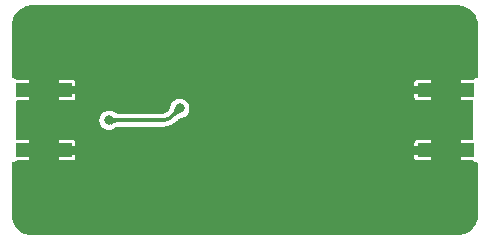
<source format=gbl>
G04 Layer: BottomLayer*
G04 EasyEDA v6.5.42, 2024-03-17 15:56:58*
G04 633bbcd927b44838993661e05d2ec2ea,9a5be75d700b4a6385dc1106f27949ae,10*
G04 Gerber Generator version 0.2*
G04 Scale: 100 percent, Rotated: No, Reflected: No *
G04 Dimensions in millimeters *
G04 leading zeros omitted , absolute positions ,4 integer and 5 decimal *
%FSLAX45Y45*%
%MOMM*%

%ADD10C,0.3000*%
%ADD11R,4.8000X1.2000*%
%ADD12C,0.6200*%
%ADD13C,0.8200*%

%LPD*%
G36*
X200355Y-1974088D02*
G01*
X182422Y-1973122D01*
X165557Y-1970582D01*
X148996Y-1966417D01*
X132943Y-1960575D01*
X117500Y-1953260D01*
X102870Y-1944420D01*
X89204Y-1934210D01*
X76606Y-1922729D01*
X65125Y-1910029D01*
X55016Y-1896262D01*
X46278Y-1881581D01*
X39014Y-1866138D01*
X33324Y-1850034D01*
X29209Y-1833473D01*
X26771Y-1816557D01*
X25908Y-1799132D01*
X25908Y-1366062D01*
X26670Y-1362202D01*
X28854Y-1358900D01*
X32105Y-1356715D01*
X35966Y-1355902D01*
X41249Y-1355852D01*
X45720Y-1355191D01*
X51409Y-1353007D01*
X56540Y-1349502D01*
X62839Y-1342847D01*
X65633Y-1341424D01*
X68783Y-1340916D01*
X173634Y-1340916D01*
X173634Y-1291386D01*
X76047Y-1291386D01*
X72186Y-1290574D01*
X68884Y-1288389D01*
X66700Y-1285087D01*
X65887Y-1281226D01*
X65887Y-1228801D01*
X66700Y-1224940D01*
X68884Y-1221638D01*
X72186Y-1219454D01*
X76047Y-1218641D01*
X173634Y-1218641D01*
X173634Y-1169111D01*
X76047Y-1169111D01*
X72186Y-1168349D01*
X68884Y-1166114D01*
X66700Y-1162812D01*
X65887Y-1158951D01*
X65887Y-841095D01*
X66700Y-837184D01*
X68884Y-833882D01*
X72186Y-831697D01*
X76047Y-830935D01*
X173634Y-830935D01*
X173634Y-781354D01*
X76047Y-781354D01*
X72186Y-780592D01*
X68884Y-778357D01*
X66700Y-775106D01*
X65887Y-771194D01*
X65887Y-718820D01*
X66700Y-714908D01*
X68884Y-711657D01*
X72186Y-709422D01*
X76047Y-708660D01*
X173634Y-708660D01*
X173634Y-659079D01*
X68681Y-659079D01*
X65481Y-658571D01*
X62585Y-657047D01*
X59486Y-653440D01*
X56438Y-650392D01*
X52832Y-647750D01*
X47294Y-645261D01*
X41097Y-644144D01*
X35966Y-644093D01*
X32105Y-643280D01*
X28854Y-641096D01*
X26670Y-637794D01*
X25908Y-633933D01*
X25908Y-200863D01*
X26873Y-182422D01*
X29413Y-165557D01*
X33578Y-148996D01*
X39420Y-132943D01*
X46736Y-117500D01*
X55575Y-102870D01*
X65786Y-89204D01*
X77266Y-76606D01*
X89966Y-65125D01*
X103733Y-55016D01*
X118414Y-46278D01*
X133858Y-39014D01*
X149961Y-33324D01*
X166522Y-29209D01*
X183438Y-26771D01*
X200863Y-25908D01*
X3799128Y-25908D01*
X3817569Y-26873D01*
X3834434Y-29413D01*
X3850995Y-33578D01*
X3867048Y-39420D01*
X3882491Y-46736D01*
X3897122Y-55575D01*
X3910787Y-65786D01*
X3923385Y-77266D01*
X3934866Y-89966D01*
X3944975Y-103733D01*
X3953713Y-118414D01*
X3960977Y-133858D01*
X3966667Y-149961D01*
X3970782Y-166522D01*
X3973220Y-183438D01*
X3974084Y-200863D01*
X3974084Y-633933D01*
X3973322Y-637794D01*
X3971137Y-641096D01*
X3967886Y-643280D01*
X3964025Y-644093D01*
X3958742Y-644144D01*
X3954272Y-644804D01*
X3948582Y-646988D01*
X3943451Y-650494D01*
X3937152Y-657148D01*
X3934358Y-658571D01*
X3931208Y-659079D01*
X3826357Y-659079D01*
X3826357Y-708609D01*
X3923944Y-708609D01*
X3927805Y-709422D01*
X3931107Y-711606D01*
X3933291Y-714908D01*
X3934104Y-718769D01*
X3934104Y-771194D01*
X3933291Y-775055D01*
X3931107Y-778357D01*
X3927805Y-780542D01*
X3923944Y-781354D01*
X3826357Y-781354D01*
X3826357Y-830884D01*
X3923944Y-830884D01*
X3927805Y-831646D01*
X3931107Y-833882D01*
X3933291Y-837184D01*
X3934104Y-841044D01*
X3934104Y-1158900D01*
X3933291Y-1162812D01*
X3931107Y-1166114D01*
X3927805Y-1168298D01*
X3923944Y-1169060D01*
X3826357Y-1169060D01*
X3826357Y-1218641D01*
X3923944Y-1218641D01*
X3927805Y-1219403D01*
X3931107Y-1221638D01*
X3933291Y-1224889D01*
X3934104Y-1228801D01*
X3934104Y-1281176D01*
X3933291Y-1285087D01*
X3931107Y-1288338D01*
X3927805Y-1290574D01*
X3923944Y-1291336D01*
X3826357Y-1291336D01*
X3826357Y-1340916D01*
X3931310Y-1340916D01*
X3934510Y-1341424D01*
X3937406Y-1342948D01*
X3940505Y-1346555D01*
X3943553Y-1349603D01*
X3947160Y-1352245D01*
X3952697Y-1354734D01*
X3958894Y-1355852D01*
X3964025Y-1355902D01*
X3967886Y-1356715D01*
X3971137Y-1358900D01*
X3973322Y-1362202D01*
X3974084Y-1366062D01*
X3974084Y-1799132D01*
X3973118Y-1817573D01*
X3970578Y-1834438D01*
X3966413Y-1850999D01*
X3960571Y-1867052D01*
X3953256Y-1882495D01*
X3944416Y-1897125D01*
X3934206Y-1910791D01*
X3922725Y-1923389D01*
X3910025Y-1934870D01*
X3896258Y-1944979D01*
X3881577Y-1953717D01*
X3866134Y-1960981D01*
X3850030Y-1966671D01*
X3833469Y-1970786D01*
X3816553Y-1973224D01*
X3799128Y-1974088D01*
G37*

%LPC*%
G36*
X426364Y-1340916D02*
G01*
X539445Y-1340916D01*
X545744Y-1340205D01*
X551230Y-1338275D01*
X556107Y-1335227D01*
X560222Y-1331112D01*
X563270Y-1326235D01*
X565200Y-1320749D01*
X565912Y-1314450D01*
X565912Y-1291386D01*
X426364Y-1291386D01*
G37*
G36*
X3460546Y-1340916D02*
G01*
X3573627Y-1340916D01*
X3573627Y-1291336D01*
X3434079Y-1291336D01*
X3434079Y-1314399D01*
X3434791Y-1320749D01*
X3436721Y-1326184D01*
X3439769Y-1331112D01*
X3443884Y-1335176D01*
X3448761Y-1338275D01*
X3454247Y-1340205D01*
G37*
G36*
X426364Y-1218641D02*
G01*
X565912Y-1218641D01*
X565912Y-1195578D01*
X565200Y-1189278D01*
X563270Y-1183792D01*
X560222Y-1178915D01*
X556107Y-1174800D01*
X551230Y-1171752D01*
X545744Y-1169822D01*
X539445Y-1169111D01*
X426364Y-1169111D01*
G37*
G36*
X3434079Y-1218641D02*
G01*
X3573627Y-1218641D01*
X3573627Y-1169060D01*
X3460546Y-1169060D01*
X3454247Y-1169771D01*
X3448761Y-1171702D01*
X3443884Y-1174800D01*
X3439769Y-1178864D01*
X3436721Y-1183792D01*
X3434791Y-1189228D01*
X3434079Y-1195578D01*
G37*
G36*
X847039Y-1081430D02*
G01*
X858926Y-1080973D01*
X870610Y-1078839D01*
X882091Y-1074928D01*
X886561Y-1072845D01*
X895654Y-1068120D01*
X911606Y-1059180D01*
X915822Y-1057402D01*
X918159Y-1056741D01*
X925169Y-1055776D01*
X932840Y-1055522D01*
X1302766Y-1055522D01*
X1308709Y-1055217D01*
X1320800Y-1053998D01*
X1326692Y-1053134D01*
X1338580Y-1050798D01*
X1344371Y-1049324D01*
X1355953Y-1045819D01*
X1361592Y-1043787D01*
X1372819Y-1039164D01*
X1378153Y-1036624D01*
X1388872Y-1030884D01*
X1393952Y-1027836D01*
X1404061Y-1021080D01*
X1408836Y-1017574D01*
X1418234Y-1009853D01*
X1422654Y-1005840D01*
X1430883Y-997610D01*
X1436928Y-992022D01*
X1441805Y-988466D01*
X1448308Y-985418D01*
X1465834Y-980490D01*
X1478483Y-976376D01*
X1481683Y-975106D01*
X1492453Y-969568D01*
X1502156Y-962609D01*
X1510690Y-954379D01*
X1517954Y-944981D01*
X1523796Y-934567D01*
X1528013Y-923493D01*
X1530604Y-911860D01*
X1531467Y-900023D01*
X1530604Y-888136D01*
X1528013Y-876503D01*
X1523796Y-865428D01*
X1517954Y-855014D01*
X1510690Y-845616D01*
X1502156Y-837387D01*
X1492453Y-830427D01*
X1481886Y-824992D01*
X1470609Y-821182D01*
X1458925Y-818997D01*
X1447038Y-818591D01*
X1435201Y-819861D01*
X1423720Y-822858D01*
X1412748Y-827532D01*
X1402588Y-833729D01*
X1393444Y-841349D01*
X1385519Y-850188D01*
X1378966Y-860094D01*
X1373581Y-871778D01*
X1369517Y-884123D01*
X1364589Y-901700D01*
X1362913Y-905967D01*
X1361694Y-908050D01*
X1357426Y-913688D01*
X1352143Y-919327D01*
X1345488Y-925931D01*
X1339900Y-930452D01*
X1333906Y-934415D01*
X1327556Y-937717D01*
X1320901Y-940460D01*
X1313992Y-942492D01*
X1306931Y-943813D01*
X1299819Y-944473D01*
X932840Y-944473D01*
X924306Y-944168D01*
X918362Y-943254D01*
X911606Y-940816D01*
X895705Y-931875D01*
X882142Y-925068D01*
X870610Y-921156D01*
X858926Y-919022D01*
X847039Y-918565D01*
X835202Y-919886D01*
X823721Y-922883D01*
X812749Y-927557D01*
X802589Y-933754D01*
X793445Y-941324D01*
X785520Y-950214D01*
X778967Y-960119D01*
X773887Y-970889D01*
X770483Y-982268D01*
X768756Y-994054D01*
X768756Y-1005941D01*
X770483Y-1017727D01*
X773887Y-1029106D01*
X778967Y-1039876D01*
X785520Y-1049782D01*
X793445Y-1058672D01*
X802589Y-1066241D01*
X812749Y-1072438D01*
X823721Y-1077112D01*
X835202Y-1080109D01*
G37*
G36*
X426364Y-830935D02*
G01*
X539445Y-830935D01*
X545744Y-830224D01*
X551230Y-828294D01*
X556107Y-825195D01*
X560222Y-821131D01*
X563270Y-816203D01*
X565200Y-810768D01*
X565912Y-804418D01*
X565912Y-781354D01*
X426364Y-781354D01*
G37*
G36*
X3460546Y-830884D02*
G01*
X3573627Y-830884D01*
X3573627Y-781354D01*
X3434079Y-781354D01*
X3434079Y-804418D01*
X3434791Y-810717D01*
X3436721Y-816203D01*
X3439769Y-821080D01*
X3443884Y-825195D01*
X3448761Y-828243D01*
X3454247Y-830173D01*
G37*
G36*
X426364Y-708660D02*
G01*
X565912Y-708660D01*
X565912Y-685596D01*
X565200Y-679246D01*
X563270Y-673811D01*
X560222Y-668883D01*
X556107Y-664819D01*
X551230Y-661720D01*
X545744Y-659790D01*
X539445Y-659079D01*
X426364Y-659079D01*
G37*
G36*
X3434079Y-708609D02*
G01*
X3573627Y-708609D01*
X3573627Y-659079D01*
X3460546Y-659079D01*
X3454247Y-659790D01*
X3448761Y-661720D01*
X3443884Y-664768D01*
X3439769Y-668883D01*
X3436721Y-673760D01*
X3434791Y-679246D01*
X3434079Y-685546D01*
G37*

%LPD*%
G36*
X867867Y-963117D02*
G01*
X829513Y-999998D01*
X867867Y-1036878D01*
X875741Y-1032865D01*
X894029Y-1022654D01*
X899769Y-1020013D01*
X906018Y-1017930D01*
X913231Y-1016304D01*
X921715Y-1015339D01*
X932027Y-1014984D01*
X932027Y-985012D01*
X921715Y-984656D01*
X913231Y-983691D01*
X906018Y-982065D01*
X899769Y-979982D01*
X894029Y-977341D01*
X875741Y-967130D01*
G37*
G36*
X1464513Y-885494D02*
G01*
X1411274Y-886510D01*
X1408582Y-894943D01*
X1402842Y-915111D01*
X1400657Y-921003D01*
X1397711Y-926947D01*
X1393748Y-933145D01*
X1388465Y-939850D01*
X1381404Y-947369D01*
X1402638Y-968603D01*
X1410157Y-961542D01*
X1416862Y-956208D01*
X1423060Y-952296D01*
X1428953Y-949350D01*
X1434896Y-947166D01*
X1455064Y-941425D01*
X1463446Y-938733D01*
G37*
D10*
X1449997Y-899998D02*
G01*
X1383210Y-966784D01*
X1373438Y-974803D01*
X1362928Y-981826D01*
X1351780Y-987785D01*
X1340101Y-992624D01*
X1328003Y-996292D01*
X1315605Y-998758D01*
X1303027Y-999997D01*
X849998Y-999997D01*
D11*
G01*
X299999Y-1255013D03*
G01*
X299999Y-745007D03*
G01*
X3699992Y-744981D03*
G01*
X3699992Y-1254988D03*
D12*
G01*
X199999Y-99999D03*
G01*
X399999Y-99999D03*
G01*
X599998Y-99999D03*
G01*
X799998Y-99999D03*
G01*
X999997Y-99999D03*
G01*
X1199997Y-99999D03*
G01*
X1399997Y-99999D03*
G01*
X1599996Y-99999D03*
G01*
X1799996Y-99999D03*
G01*
X1999995Y-99999D03*
G01*
X2199995Y-99999D03*
G01*
X2399995Y-99999D03*
G01*
X2599994Y-99999D03*
G01*
X2799994Y-99999D03*
G01*
X2999993Y-99999D03*
G01*
X3199993Y-99999D03*
G01*
X3399993Y-99999D03*
G01*
X3599992Y-99999D03*
G01*
X3799992Y-99999D03*
G01*
X99999Y-199999D03*
G01*
X99999Y-399999D03*
G01*
X99999Y-599998D03*
G01*
X99999Y-1399997D03*
G01*
X99999Y-1599996D03*
G01*
X99999Y-1799996D03*
G01*
X199999Y-1899996D03*
G01*
X399999Y-1899996D03*
G01*
X599998Y-1899996D03*
G01*
X799998Y-1899996D03*
G01*
X999997Y-1899996D03*
G01*
X1199997Y-1899996D03*
G01*
X1399997Y-1899996D03*
G01*
X1599996Y-1899996D03*
G01*
X1799996Y-1899996D03*
G01*
X1999995Y-1899996D03*
G01*
X2199995Y-1899996D03*
G01*
X2399995Y-1899996D03*
G01*
X2599994Y-1899996D03*
G01*
X2799994Y-1899996D03*
G01*
X2999993Y-1899996D03*
G01*
X3199993Y-1899996D03*
G01*
X3399993Y-1899996D03*
G01*
X3599992Y-1899996D03*
G01*
X3799992Y-1899996D03*
G01*
X3899992Y-1799996D03*
G01*
X3899992Y-1599996D03*
G01*
X3899992Y-1399997D03*
G01*
X3899992Y-599998D03*
G01*
X3899992Y-399999D03*
G01*
X3899992Y-199999D03*
D13*
G01*
X1450009Y-899998D03*
G01*
X850011Y-999997D03*
G01*
X1450009Y-1050010D03*
G01*
X1450009Y-750011D03*
D12*
G01*
X2599994Y-699998D03*
G01*
X2599994Y-499998D03*
G01*
X2750007Y-750011D03*
G01*
X3150006Y-750011D03*
G01*
X2949981Y-750011D03*
G01*
X2550007Y-1199997D03*
G01*
X2550007Y-1050010D03*
G01*
X1450009Y-1199997D03*
G01*
X250012Y-599998D03*
G01*
X399999Y-599998D03*
G01*
X250012Y-1399997D03*
G01*
X399999Y-1399997D03*
G01*
X3750005Y-599998D03*
G01*
X3599992Y-599998D03*
G01*
X3750005Y-1399997D03*
G01*
X3599992Y-1399997D03*
M02*

</source>
